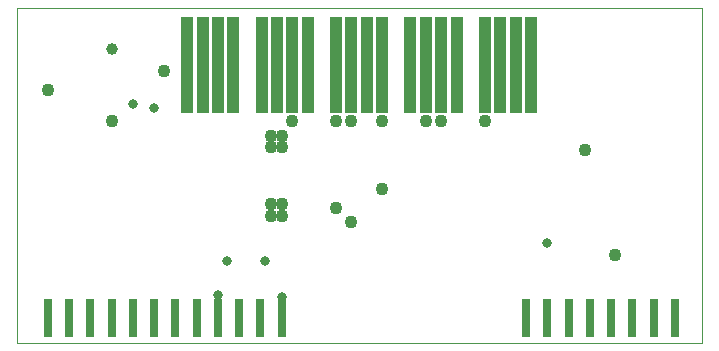
<source format=gbr>
%FSLAX34Y34*%
%MOMM*%
%LNSOLDERMASK_BOTTOM*%
G71*
G01*
%ADD10C, 0.00*%
%ADD11R, 0.80X3.20*%
%ADD12C, 1.10*%
%ADD13C, 0.80*%
%ADD14C, 1.00*%
%ADD15R, 1.10X8.20*%
%LPD*%
G54D10*
X-580000Y283000D02*
X0Y283000D01*
X0Y0D01*
X-580000Y0D01*
X-580000Y283000D01*
X-554000Y21000D02*
G54D11*
D03*
X-149000Y21000D02*
G54D11*
D03*
X-536000Y21000D02*
G54D11*
D03*
X-518000Y21000D02*
G54D11*
D03*
X-500000Y21000D02*
G54D11*
D03*
X-482000Y21000D02*
G54D11*
D03*
X-464000Y21000D02*
G54D11*
D03*
X-446000Y21000D02*
G54D11*
D03*
X-428000Y21000D02*
G54D11*
D03*
X-410000Y21000D02*
G54D11*
D03*
X-392000Y21000D02*
G54D11*
D03*
X-374000Y21000D02*
G54D11*
D03*
X-356000Y21000D02*
G54D11*
D03*
X-131000Y21000D02*
G54D11*
D03*
X-113000Y21000D02*
G54D11*
D03*
X-95000Y21000D02*
G54D11*
D03*
X-77000Y21000D02*
G54D11*
D03*
X-59000Y21000D02*
G54D11*
D03*
X-41000Y21000D02*
G54D11*
D03*
X-23000Y21000D02*
G54D11*
D03*
X-500000Y188000D02*
G54D12*
D03*
X-347000Y188000D02*
G54D12*
D03*
X-356000Y39000D02*
G54D13*
D03*
X-271000Y188000D02*
G54D12*
D03*
X-271000Y130000D02*
G54D12*
D03*
X-184000Y188000D02*
G54D12*
D03*
X-500000Y248428D02*
G54D14*
D03*
X-234000Y188000D02*
G54D12*
D03*
X-221000Y188000D02*
G54D12*
D03*
X-456000Y230000D02*
G54D12*
D03*
X-554000Y214000D02*
G54D12*
D03*
X-310000Y188000D02*
G54D12*
D03*
X-73959Y74041D02*
G54D12*
D03*
X-98959Y163041D02*
G54D12*
D03*
X-370000Y69000D02*
G54D13*
D03*
X-131000Y84000D02*
G54D13*
D03*
X-402000Y69000D02*
G54D13*
D03*
X-410000Y40000D02*
G54D13*
D03*
X-482000Y202000D02*
G54D13*
D03*
X-464000Y199000D02*
G54D13*
D03*
X-297000Y188000D02*
G54D12*
D03*
X-310000Y114000D02*
G54D12*
D03*
X-297000Y102000D02*
G54D12*
D03*
X-365000Y175000D02*
G54D12*
D03*
X-356000Y175000D02*
G54D12*
D03*
X-365000Y166000D02*
G54D12*
D03*
X-356000Y166000D02*
G54D12*
D03*
X-365000Y107000D02*
G54D12*
D03*
X-356000Y107000D02*
G54D12*
D03*
X-365000Y117000D02*
G54D12*
D03*
X-356000Y117000D02*
G54D12*
D03*
X-145000Y235000D02*
G54D15*
D03*
X-158000Y235000D02*
G54D15*
D03*
X-171000Y235000D02*
G54D15*
D03*
X-184000Y235000D02*
G54D15*
D03*
X-208000Y235000D02*
G54D15*
D03*
X-221000Y235000D02*
G54D15*
D03*
X-234000Y235000D02*
G54D15*
D03*
X-247000Y235000D02*
G54D15*
D03*
X-271000Y235000D02*
G54D15*
D03*
X-284000Y235000D02*
G54D15*
D03*
X-297000Y235000D02*
G54D15*
D03*
X-310000Y235000D02*
G54D15*
D03*
X-334000Y235000D02*
G54D15*
D03*
X-347000Y235000D02*
G54D15*
D03*
X-360000Y235000D02*
G54D15*
D03*
X-373000Y235000D02*
G54D15*
D03*
X-397000Y235000D02*
G54D15*
D03*
X-410000Y235000D02*
G54D15*
D03*
X-423000Y235000D02*
G54D15*
D03*
X-436000Y235000D02*
G54D15*
D03*
M02*

</source>
